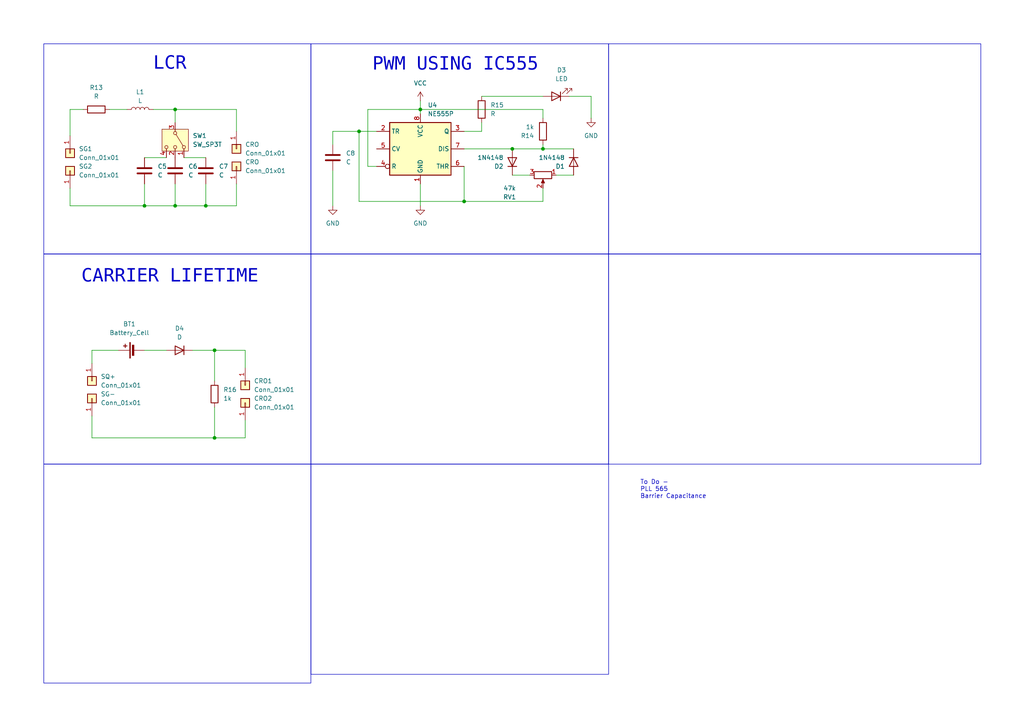
<source format=kicad_sch>
(kicad_sch (version 20250114) (generator "eeschema") (generator_version "9.0")
  (paper "A4")
  (lib_symbols
    (symbol "Connector_Generic:Conn_01x01" (pin_names (offset 1.016) (hide yes))
      (property "Reference" "J" (at 0 2.54 0))
      (property "Value" "Conn_01x01" (at 0 -2.54 0))
      (symbol "Conn_01x01_1_1"
        (rectangle (start -1.27 1.27) (end 1.27 -1.27) (stroke (width 0.254)) (fill (type background)))
        (rectangle (start -1.27 0.127) (end 0 -0.127) (stroke (width 0.1524)))
        (pin passive line (at -5.08 0 0) (length 3.81) (name "Pin_1") (number "1"))
      )
    )
    (symbol "Device:Battery_Cell" (pin_numbers (hide yes)) (pin_names (offset 0) (hide yes))
      (property "Reference" "BT" (at 2.54 2.54 0))
      (property "Value" "Battery_Cell" (at 2.54 0 0))
      (symbol "Battery_Cell_0_1"
        (rectangle (start -2.286 1.778) (end 2.286 1.524) (fill (type outline)))
        (rectangle (start -1.524 1.016) (end 1.524 0.508) (fill (type outline)))
        (polyline (pts (xy 0 1.778) (xy 0 2.54)))
        (polyline (pts (xy 0 0.762) (xy 0 0)))
        (polyline (pts (xy 0.762 3.048) (xy 1.778 3.048)) (stroke (width 0.254)))
        (polyline (pts (xy 1.27 3.556) (xy 1.27 2.54)) (stroke (width 0.254)))
      )
      (symbol "Battery_Cell_1_1"
        (pin passive line (at 0 5.08 270) (length 2.54) (name "+") (number "1"))
        (pin passive line (at 0 -2.54 90) (length 2.54) (name "-") (number "2"))
      )
    )
    (symbol "Device:C" (pin_numbers (hide yes)) (pin_names (offset 0.254))
      (property "Reference" "C" (at 0.635 2.54 0))
      (property "Value" "C" (at 0.635 -2.54 0))
      (symbol "C_0_1"
        (polyline (pts (xy -2.032 0.762) (xy 2.032 0.762)) (stroke (width 0.508)))
        (polyline (pts (xy -2.032 -0.762) (xy 2.032 -0.762)) (stroke (width 0.508)))
      )
      (symbol "C_1_1"
        (pin passive line (at 0 3.81 270) (length 2.794) (name "~") (number "1"))
        (pin passive line (at 0 -3.81 90) (length 2.794) (name "~") (number "2"))
      )
    )
    (symbol "Device:D" (pin_numbers (hide yes)) (pin_names (offset 1.016) (hide yes))
      (property "Reference" "D" (at 0 2.54 0))
      (property "Value" "D" (at 0 -2.54 0))
      (symbol "D_0_1"
        (polyline (pts (xy -1.27 1.27) (xy -1.27 -1.27)) (stroke (width 0.254)))
        (polyline (pts (xy 1.27 1.27) (xy 1.27 -1.27) (xy -1.27 0) (xy 1.27 1.27)) (stroke (width 0.254)))
        (polyline (pts (xy 1.27 0) (xy -1.27 0)))
      )
      (symbol "D_1_1"
        (pin passive line (at -3.81 0 0) (length 2.54) (name "K") (number "1"))
        (pin passive line (at 3.81 0 180) (length 2.54) (name "A") (number "2"))
      )
    )
    (symbol "Device:L" (pin_numbers (hide yes)) (pin_names (offset 1.016) (hide yes))
      (property "Reference" "L" (at -1.27 0 90))
      (property "Value" "L" (at 1.905 0 90))
      (symbol "L_0_1"
        (arc (start 0 2.54) (mid 0.6323 1.905) (end 0 1.27))
        (arc (start 0 1.27) (mid 0.6323 0.635) (end 0 0))
        (arc (start 0 0) (mid 0.6323 -0.635) (end 0 -1.27))
        (arc (start 0 -1.27) (mid 0.6323 -1.905) (end 0 -2.54))
      )
      (symbol "L_1_1"
        (pin passive line (at 0 3.81 270) (length 1.27) (name "1") (number "1"))
        (pin passive line (at 0 -3.81 90) (length 1.27) (name "2") (number "2"))
      )
    )
    (symbol "Device:LED" (pin_numbers (hide yes)) (pin_names (offset 1.016) (hide yes))
      (property "Reference" "D" (at 0 2.54 0))
      (property "Value" "LED" (at 0 -2.54 0))
      (symbol "LED_0_1"
        (polyline (pts (xy -3.048 -0.762) (xy -4.572 -2.286) (xy -3.81 -2.286) (xy -4.572 -2.286) (xy -4.572 -1.524)))
        (polyline (pts (xy -1.778 -0.762) (xy -3.302 -2.286) (xy -2.54 -2.286) (xy -3.302 -2.286) (xy -3.302 -1.524)))
        (polyline (pts (xy -1.27 0) (xy 1.27 0)))
        (polyline (pts (xy -1.27 -1.27) (xy -1.27 1.27)) (stroke (width 0.254)))
        (polyline (pts (xy 1.27 -1.27) (xy 1.27 1.27) (xy -1.27 0) (xy 1.27 -1.27)) (stroke (width 0.254)))
      )
      (symbol "LED_1_1"
        (pin passive line (at -3.81 0 0) (length 2.54) (name "K") (number "1"))
        (pin passive line (at 3.81 0 180) (length 2.54) (name "A") (number "2"))
      )
    )
    (symbol "Device:R" (pin_numbers (hide yes)) (pin_names (offset 0))
      (property "Reference" "R" (at 2.032 0 90))
      (property "Value" "R" (at 0 0 90))
      (symbol "R_0_1"
        (rectangle (start -1.016 -2.54) (end 1.016 2.54) (stroke (width 0.254)))
      )
      (symbol "R_1_1"
        (pin passive line (at 0 3.81 270) (length 1.27) (name "~") (number "1"))
        (pin passive line (at 0 -3.81 90) (length 1.27) (name "~") (number "2"))
      )
    )
    (symbol "Device:R_Potentiometer" (pin_names (offset 1.016) (hide yes))
      (property "Reference" "RV" (at -4.445 0 90))
      (property "Value" "R_Potentiometer" (at -2.54 0 90))
      (symbol "R_Potentiometer_0_1"
        (rectangle (start 1.016 2.54) (end -1.016 -2.54) (stroke (width 0.254)))
        (polyline (pts (xy 1.143 0) (xy 2.286 0.508) (xy 2.286 -0.508) (xy 1.143 0)) (fill (type outline)))
        (polyline (pts (xy 2.54 0) (xy 1.524 0)))
      )
      (symbol "R_Potentiometer_1_1"
        (pin passive line (at 0 3.81 270) (length 1.27) (name "1") (number "1"))
        (pin passive line (at 0 -3.81 90) (length 1.27) (name "3") (number "3"))
        (pin passive line (at 3.81 0 180) (length 1.27) (name "2") (number "2"))
      )
    )
    (symbol "Diode:1N4148" (pin_numbers (hide yes)) (pin_names (hide yes))
      (property "Reference" "D" (at 0 2.54 0))
      (property "Value" "1N4148" (at 0 -2.54 0))
      (symbol "1N4148_0_1"
        (polyline (pts (xy -1.27 1.27) (xy -1.27 -1.27)) (stroke (width 0.254)))
        (polyline (pts (xy 1.27 1.27) (xy 1.27 -1.27) (xy -1.27 0) (xy 1.27 1.27)) (stroke (width 0.254)))
        (polyline (pts (xy 1.27 0) (xy -1.27 0)))
      )
      (symbol "1N4148_1_1"
        (pin passive line (at -3.81 0 0) (length 2.54) (name "K") (number "1"))
        (pin passive line (at 3.81 0 180) (length 2.54) (name "A") (number "2"))
      )
    )
    (symbol "Switch:SW_SP3T" (pin_names (offset 0) (hide yes))
      (property "Reference" "SW" (at 0 5.08 0))
      (property "Value" "SW_SP3T" (at 0 -5.08 0))
      (symbol "SW_SP3T_0_1"
        (circle (center -2.032 0) (radius 0.4572))
        (polyline (pts (xy -1.651 0.254) (xy 1.651 2.286)))
        (circle (center 2.032 2.54) (radius 0.4572))
        (circle (center 2.032 0) (radius 0.4572))
        (circle (center 2.032 -2.54) (radius 0.4572))
      )
      (symbol "SW_SP3T_1_1"
        (rectangle (start -3.175 3.81) (end 3.175 -3.81) (fill (type background)))
        (pin passive line (at -5.08 0 0) (length 2.54) (name "3") (number "3"))
        (pin passive line (at 5.08 2.54 180) (length 2.54) (name "1") (number "1"))
        (pin passive line (at 5.08 0 180) (length 2.54) (name "2") (number "2"))
        (pin passive line (at 5.08 -2.54 180) (length 2.54) (name "4") (number "4"))
      )
    )
    (symbol "Timer:NE555P"
      (property "Reference" "U" (at -10.16 8.89 0))
      (property "Value" "NE555P" (at 2.54 8.89 0))
      (symbol "NE555P_0_0"
        (pin power_in line (at 0 10.16 270) (length 2.54) (name "VCC") (number "8"))
        (pin power_in line (at 0 -10.16 90) (length 2.54) (name "GND") (number "1"))
      )
      (symbol "NE555P_0_1"
        (rectangle (start -8.89 -7.62) (end 8.89 7.62) (stroke (width 0.254)) (fill (type background)))
        (rectangle (start -8.89 -7.62) (end 8.89 7.62) (stroke (width 0.254)) (fill (type background)))
      )
      (symbol "NE555P_1_1"
        (pin input line (at -12.7 5.08 0) (length 3.81) (name "TR") (number "2"))
        (pin input line (at -12.7 0 0) (length 3.81) (name "CV") (number "5"))
        (pin input inverted (at -12.7 -5.08 0) (length 3.81) (name "R") (number "4"))
        (pin output line (at 12.7 5.08 180) (length 3.81) (name "Q") (number "3"))
        (pin input line (at 12.7 0 180) (length 3.81) (name "DIS") (number "7"))
        (pin input line (at 12.7 -5.08 180) (length 3.81) (name "THR") (number "6"))
      )
    )
    (symbol "power:GND" (power) (pin_numbers (hide yes)) (pin_names (offset 0) (hide yes))
      (property "Value" "GND" (at 0 -3.81 0))
      (symbol "GND_0_1"
        (polyline (pts (xy 0 0) (xy 0 -1.27) (xy 1.27 -1.27) (xy 0 -2.54) (xy -1.27 -1.27) (xy 0 -1.27)))
      )
      (symbol "GND_1_1"
        (pin power_in line (at 0 0 270) (length 0) (name "~") (number "1"))
      )
    )
    (symbol "power:VCC" (power) (pin_numbers (hide yes)) (pin_names (offset 0) (hide yes))
      (property "Value" "VCC" (at 0 3.556 0))
      (symbol "VCC_0_1"
        (polyline (pts (xy -0.762 1.27) (xy 0 2.54)))
        (polyline (pts (xy 0 2.54) (xy 0.762 1.27)))
        (polyline (pts (xy 0 0) (xy 0 2.54)))
      )
      (symbol "VCC_1_1"
        (pin power_in line (at 0 0 90) (length 0) (name "~") (number "1"))
      )
    )
  )
  (rectangle (start 90.17 134.62) (end 176.53 195.58))
  (rectangle (start 176.53 73.66) (end 284.48 134.62))
  (rectangle (start 12.7 12.7) (end 90.17 73.66))
  (rectangle (start 12.7 73.66) (end 90.17 134.62))
  (rectangle (start 12.7 134.62) (end 90.17 198.12))
  (rectangle (start 90.17 12.7) (end 176.53 73.66))
  (rectangle (start 90.17 73.66) (end 176.53 134.62))
  (rectangle (start 176.53 12.7) (end 284.48 73.66))
  (text "CARRIER LIFETIME\n" (at 49.276 81.28 0) (effects (font (size 3.81 3.81))))
  (text "PWM USING IC555" (at 132.08 19.812 0) (effects (font (size 3.81 3.81))))
  (text "LCR\n" (at 49.276 19.558 0) (effects (font (size 3.81 3.81))))
  (text "To Do -\nPLL 565\nBarrier Capacitance" (at 185.674 141.986 0) (effects (font (size 1.27 1.27)) (justify left)))
  (junction (at 157.48 43.18))
  (junction (at 59.69 59.69))
  (junction (at 50.8 31.75))
  (junction (at 134.62 58.42))
  (junction (at 104.14 38.1))
  (junction (at 121.92 31.75))
  (junction (at 148.59 43.18))
  (junction (at 62.23 127))
  (junction (at 62.23 101.6))
  (junction (at 41.91 59.69))
  (junction (at 50.8 59.69))
  (wire (pts (xy 139.7 35.56) (xy 139.7 38.1)))
  (wire (pts (xy 53.34 45.72) (xy 59.69 45.72)))
  (wire (pts (xy 96.52 41.91) (xy 96.52 38.1)))
  (wire (pts (xy 59.69 59.69) (xy 59.69 53.34)))
  (wire (pts (xy 165.1 27.94) (xy 171.45 27.94)))
  (wire (pts (xy 50.8 59.69) (xy 59.69 59.69)))
  (wire (pts (xy 157.48 54.61) (xy 157.48 58.42)))
  (wire (pts (xy 62.23 110.49) (xy 62.23 101.6)))
  (wire (pts (xy 68.58 38.1) (xy 68.58 31.75)))
  (wire (pts (xy 96.52 38.1) (xy 104.14 38.1)))
  (wire (pts (xy 166.37 43.18) (xy 157.48 43.18)))
  (wire (pts (xy 62.23 118.11) (xy 62.23 127)))
  (wire (pts (xy 121.92 29.21) (xy 121.92 31.75)))
  (wire (pts (xy 41.91 53.34) (xy 41.91 59.69)))
  (wire (pts (xy 134.62 48.26) (xy 134.62 58.42)))
  (wire (pts (xy 71.12 106.68) (xy 71.12 101.6)))
  (wire (pts (xy 96.52 59.69) (xy 96.52 49.53)))
  (wire (pts (xy 153.67 50.8) (xy 148.59 50.8)))
  (wire (pts (xy 68.58 31.75) (xy 50.8 31.75)))
  (wire (pts (xy 157.48 58.42) (xy 134.62 58.42)))
  (wire (pts (xy 121.92 31.75) (xy 157.48 31.75)))
  (wire (pts (xy 157.48 34.29) (xy 157.48 31.75)))
  (wire (pts (xy 26.67 127) (xy 62.23 127)))
  (wire (pts (xy 50.8 53.34) (xy 50.8 59.69)))
  (wire (pts (xy 121.92 59.69) (xy 121.92 53.34)))
  (wire (pts (xy 36.83 31.75) (xy 31.75 31.75)))
  (wire (pts (xy 44.45 31.75) (xy 50.8 31.75)))
  (wire (pts (xy 171.45 27.94) (xy 171.45 34.29)))
  (wire (pts (xy 134.62 58.42) (xy 104.14 58.42)))
  (wire (pts (xy 71.12 127) (xy 62.23 127)))
  (wire (pts (xy 20.32 59.69) (xy 41.91 59.69)))
  (wire (pts (xy 68.58 59.69) (xy 59.69 59.69)))
  (wire (pts (xy 20.32 39.37) (xy 20.32 31.75)))
  (wire (pts (xy 106.68 31.75) (xy 121.92 31.75)))
  (wire (pts (xy 26.67 101.6) (xy 34.29 101.6)))
  (wire (pts (xy 157.48 27.94) (xy 139.7 27.94)))
  (wire (pts (xy 106.68 48.26) (xy 106.68 31.75)))
  (wire (pts (xy 62.23 101.6) (xy 55.88 101.6)))
  (wire (pts (xy 157.48 43.18) (xy 157.48 41.91)))
  (wire (pts (xy 121.92 31.75) (xy 121.92 33.02)))
  (wire (pts (xy 26.67 120.65) (xy 26.67 127)))
  (wire (pts (xy 71.12 121.92) (xy 71.12 127)))
  (wire (pts (xy 20.32 31.75) (xy 24.13 31.75)))
  (wire (pts (xy 50.8 31.75) (xy 50.8 35.56)))
  (wire (pts (xy 68.58 53.34) (xy 68.58 59.69)))
  (wire (pts (xy 20.32 54.61) (xy 20.32 59.69)))
  (wire (pts (xy 109.22 48.26) (xy 106.68 48.26)))
  (wire (pts (xy 41.91 59.69) (xy 50.8 59.69)))
  (wire (pts (xy 139.7 38.1) (xy 134.62 38.1)))
  (wire (pts (xy 104.14 38.1) (xy 109.22 38.1)))
  (wire (pts (xy 166.37 50.8) (xy 161.29 50.8)))
  (wire (pts (xy 26.67 105.41) (xy 26.67 101.6)))
  (wire (pts (xy 157.48 43.18) (xy 148.59 43.18)))
  (wire (pts (xy 134.62 43.18) (xy 148.59 43.18)))
  (wire (pts (xy 41.91 45.72) (xy 48.26 45.72)))
  (wire (pts (xy 71.12 101.6) (xy 62.23 101.6)))
  (wire (pts (xy 104.14 58.42) (xy 104.14 38.1)))
  (wire (pts (xy 48.26 101.6) (xy 41.91 101.6)))
  (symbol (lib_id "Device:C") (at 59.69 49.53 0) (unit 1)
    (property "Reference" "C7" (at 63.5 48.2599 0) (effects (justify left)))
    (property "Value" "C" (at 63.5 50.7999 0) (effects (justify left)))
    (property "Description" "Unpolarized capacitor" (effects (hide yes)))
  )
  (symbol (lib_id "Connector_Generic:Conn_01x01") (at 68.58 43.18 270) (unit 1)
    (property "Reference" "CRO" (at 71.12 41.9099 90) (effects (justify left)))
    (property "Value" "Conn_01x01" (at 71.12 44.4499 90) (effects (justify left)))
    (property "Description" "Generic connector, single row, 01x01, script generated (kicad-library-utils/schlib/autogen/connector/)" (effects (hide yes)))
  )
  (symbol (lib_id "Device:Battery_Cell") (at 39.37 101.6 90) (unit 1)
    (property "Reference" "BT1" (at 37.5285 93.98 90))
    (property "Value" "Battery_Cell" (at 37.5285 96.52 90))
    (property "Description" "Single-cell battery" (effects (hide yes)))
  )
  (symbol (lib_id "power:GND") (at 121.92 59.69 0) (unit 1)
    (property "Reference" "#PWR018" (effects (hide yes)))
    (property "Value" "GND" (at 121.92 64.77 0))
    (property "Description" "Power symbol creates a global label with name \"GND\" , ground" (effects (hide yes)))
  )
  (symbol (lib_id "Device:C") (at 50.8 49.53 0) (unit 1)
    (property "Reference" "C6" (at 54.61 48.2599 0) (effects (justify left)))
    (property "Value" "C" (at 54.61 50.7999 0) (effects (justify left)))
    (property "Description" "Unpolarized capacitor" (effects (hide yes)))
  )
  (symbol (lib_id "Connector_Generic:Conn_01x01") (at 26.67 110.49 270) (unit 1)
    (property "Reference" "SQ+" (at 29.21 109.2199 90) (effects (justify left)))
    (property "Value" "Conn_01x01" (at 29.21 111.7599 90) (effects (justify left)))
    (property "Description" "Generic connector, single row, 01x01, script generated (kicad-library-utils/schlib/autogen/connector/)" (effects (hide yes)))
  )
  (symbol (lib_id "Device:R") (at 157.48 38.1 180) (unit 1)
    (property "Reference" "R14" (at 154.94 39.3701 0) (effects (justify left)))
    (property "Value" "1k" (at 154.94 36.8301 0) (effects (justify left)))
    (property "Description" "Resistor" (effects (hide yes)))
  )
  (symbol (lib_id "Device:L") (at 40.64 31.75 90) (unit 1)
    (property "Reference" "L1" (at 40.64 26.67 90))
    (property "Value" "L" (at 40.64 29.21 90))
    (property "Description" "Inductor" (effects (hide yes)))
  )
  (symbol (lib_id "Device:C") (at 96.52 45.72 0) (unit 1)
    (property "Reference" "C8" (at 100.33 44.4499 0) (effects (justify left)))
    (property "Value" "C" (at 100.33 46.9899 0) (effects (justify left)))
    (property "Description" "Unpolarized capacitor" (effects (hide yes)))
  )
  (symbol (lib_id "Device:R_Potentiometer") (at 157.48 50.8 270) (unit 1)
    (property "Reference" "RV1" (at 147.828 57.15 90))
    (property "Value" "47k" (at 147.828 54.61 90))
    (property "Description" "Potentiometer" (effects (hide yes)))
  )
  (symbol (lib_id "Connector_Generic:Conn_01x01") (at 71.12 111.76 270) (unit 1)
    (property "Reference" "CRO1" (at 73.66 110.4899 90) (effects (justify left)))
    (property "Value" "Conn_01x01" (at 73.66 113.0299 90) (effects (justify left)))
    (property "Description" "Generic connector, single row, 01x01, script generated (kicad-library-utils/schlib/autogen/connector/)" (effects (hide yes)))
  )
  (symbol (lib_id "Connector_Generic:Conn_01x01") (at 26.67 115.57 90) (unit 1)
    (property "Reference" "SG-" (at 29.21 114.2999 90) (effects (justify right)))
    (property "Value" "Conn_01x01" (at 29.21 116.8399 90) (effects (justify right)))
    (property "Description" "Generic connector, single row, 01x01, script generated (kicad-library-utils/schlib/autogen/connector/)" (effects (hide yes)))
  )
  (symbol (lib_id "Device:LED") (at 161.29 27.94 180) (unit 1)
    (property "Reference" "D3" (at 162.8775 20.32 0))
    (property "Value" "LED" (at 162.8775 22.86 0))
    (property "Description" "Light emitting diode" (effects (hide yes)))
  )
  (symbol (lib_id "Switch:SW_SP3T") (at 50.8 40.64 270) (unit 1)
    (property "Reference" "SW1" (at 55.88 39.3699 90) (effects (justify left)))
    (property "Value" "SW_SP3T" (at 55.88 41.9099 90) (effects (justify left)))
    (property "Description" "Switch, three position, single pole triple throw, 3 position switch, SP3T" (effects (hide yes)))
  )
  (symbol (lib_id "Connector_Generic:Conn_01x01") (at 71.12 116.84 90) (unit 1)
    (property "Reference" "CRO2" (at 73.66 115.5699 90) (effects (justify right)))
    (property "Value" "Conn_01x01" (at 73.66 118.1099 90) (effects (justify right)))
    (property "Description" "Generic connector, single row, 01x01, script generated (kicad-library-utils/schlib/autogen/connector/)" (effects (hide yes)))
  )
  (symbol (lib_id "Device:R") (at 62.23 114.3 0) (unit 1)
    (property "Reference" "R16" (at 64.77 113.0299 0) (effects (justify left)))
    (property "Value" "1k" (at 64.77 115.5699 0) (effects (justify left)))
    (property "Description" "Resistor" (effects (hide yes)))
  )
  (symbol (lib_id "Diode:1N4148") (at 148.59 46.99 90) (unit 1)
    (property "Reference" "D2" (at 146.05 48.2601 90) (effects (justify left)))
    (property "Value" "1N4148" (at 146.05 45.7201 90) (effects (justify left)))
    (property "Footprint" "Diode_THT:D_DO-35_SOD27_P7.62mm_Horizontal" (effects (hide yes)))
    (property "Datasheet" "https://assets.nexperia.com/documents/data-sheet/1N4148_1N4448.pdf" (effects (hide yes)))
    (property "Description" "100V 0.15A standard switching diode, DO-35" (effects (hide yes)))
    (property "Sim.Device" "D" (effects (hide yes)))
    (property "Sim.Pins" "1=K 2=A" (effects (hide yes)))
  )
  (symbol (lib_id "Timer:NE555P") (at 121.92 43.18 0) (unit 1)
    (property "Reference" "U4" (at 124.0633 30.48 0) (effects (justify left)))
    (property "Value" "NE555P" (at 124.0633 33.02 0) (effects (justify left)))
    (property "Footprint" "Package_DIP:DIP-8_W7.62mm" (effects (hide yes)))
    (property "Datasheet" "http://www.ti.com/lit/ds/symlink/ne555.pdf" (effects (hide yes)))
    (property "Description" "Precision Timers, 555 compatible,  PDIP-8" (effects (hide yes)))
  )
  (symbol (lib_id "Connector_Generic:Conn_01x01") (at 20.32 49.53 90) (unit 1)
    (property "Reference" "SG2" (at 22.86 48.2599 90) (effects (justify right)))
    (property "Value" "Conn_01x01" (at 22.86 50.7999 90) (effects (justify right)))
    (property "Description" "Generic connector, single row, 01x01, script generated (kicad-library-utils/schlib/autogen/connector/)" (effects (hide yes)))
  )
  (symbol (lib_id "Diode:1N4148") (at 166.37 46.99 270) (unit 1)
    (property "Reference" "D1" (at 163.83 48.2601 90) (effects (justify right)))
    (property "Value" "1N4148" (at 163.83 45.7201 90) (effects (justify right)))
    (property "Footprint" "Diode_THT:D_DO-35_SOD27_P7.62mm_Horizontal" (effects (hide yes)))
    (property "Datasheet" "https://assets.nexperia.com/documents/data-sheet/1N4148_1N4448.pdf" (effects (hide yes)))
    (property "Description" "100V 0.15A standard switching diode, DO-35" (effects (hide yes)))
    (property "Sim.Device" "D" (effects (hide yes)))
    (property "Sim.Pins" "1=K 2=A" (effects (hide yes)))
  )
  (symbol (lib_id "power:GND") (at 171.45 34.29 0) (unit 1)
    (property "Reference" "#PWR020" (effects (hide yes)))
    (property "Value" "GND" (at 171.45 39.37 0))
    (property "Description" "Power symbol creates a global label with name \"GND\" , ground" (effects (hide yes)))
  )
  (symbol (lib_id "power:VCC") (at 121.92 29.21 0) (unit 1)
    (property "Reference" "#PWR019" (effects (hide yes)))
    (property "Value" "VCC" (at 121.92 24.13 0))
    (property "Description" "Power symbol creates a global label with name \"VCC\"" (effects (hide yes)))
  )
  (symbol (lib_id "power:GND") (at 96.52 59.69 0) (unit 1)
    (property "Reference" "#PWR017" (effects (hide yes)))
    (property "Value" "GND" (at 96.52 64.77 0))
    (property "Description" "Power symbol creates a global label with name \"GND\" , ground" (effects (hide yes)))
  )
  (symbol (lib_id "Device:R") (at 139.7 31.75 180) (unit 1)
    (property "Reference" "R15" (at 142.24 30.4799 0) (effects (justify right)))
    (property "Value" "R" (at 142.24 33.0199 0) (effects (justify right)))
    (property "Description" "Resistor" (effects (hide yes)))
  )
  (symbol (lib_id "Device:D") (at 52.07 101.6 180) (unit 1)
    (property "Reference" "D4" (at 52.07 95.25 0))
    (property "Value" "D" (at 52.07 97.79 0))
    (property "Description" "Diode" (effects (hide yes)))
    (property "Sim.Device" "D" (effects (hide yes)))
    (property "Sim.Pins" "1=K 2=A" (effects (hide yes)))
  )
  (symbol (lib_id "Device:R") (at 27.94 31.75 90) (unit 1)
    (property "Reference" "R13" (at 27.94 25.4 90))
    (property "Value" "R" (at 27.94 27.94 90))
    (property "Description" "Resistor" (effects (hide yes)))
  )
  (symbol (lib_id "Connector_Generic:Conn_01x01") (at 68.58 48.26 90) (unit 1)
    (property "Reference" "CRO" (at 71.12 46.9899 90) (effects (justify right)))
    (property "Value" "Conn_01x01" (at 71.12 49.5299 90) (effects (justify right)))
    (property "Description" "Generic connector, single row, 01x01, script generated (kicad-library-utils/schlib/autogen/connector/)" (effects (hide yes)))
  )
  (symbol (lib_id "Device:C") (at 41.91 49.53 0) (unit 1)
    (property "Reference" "C5" (at 45.72 48.2599 0) (effects (justify left)))
    (property "Value" "C" (at 45.72 50.7999 0) (effects (justify left)))
    (property "Description" "Unpolarized capacitor" (effects (hide yes)))
  )
  (symbol (lib_id "Connector_Generic:Conn_01x01") (at 20.32 44.45 270) (unit 1)
    (property "Reference" "SG1" (at 22.86 43.1799 90) (effects (justify left)))
    (property "Value" "Conn_01x01" (at 22.86 45.7199 90) (effects (justify left)))
    (property "Description" "Generic connector, single row, 01x01, script generated (kicad-library-utils/schlib/autogen/connector/)" (effects (hide yes)))
  )
)
</source>
